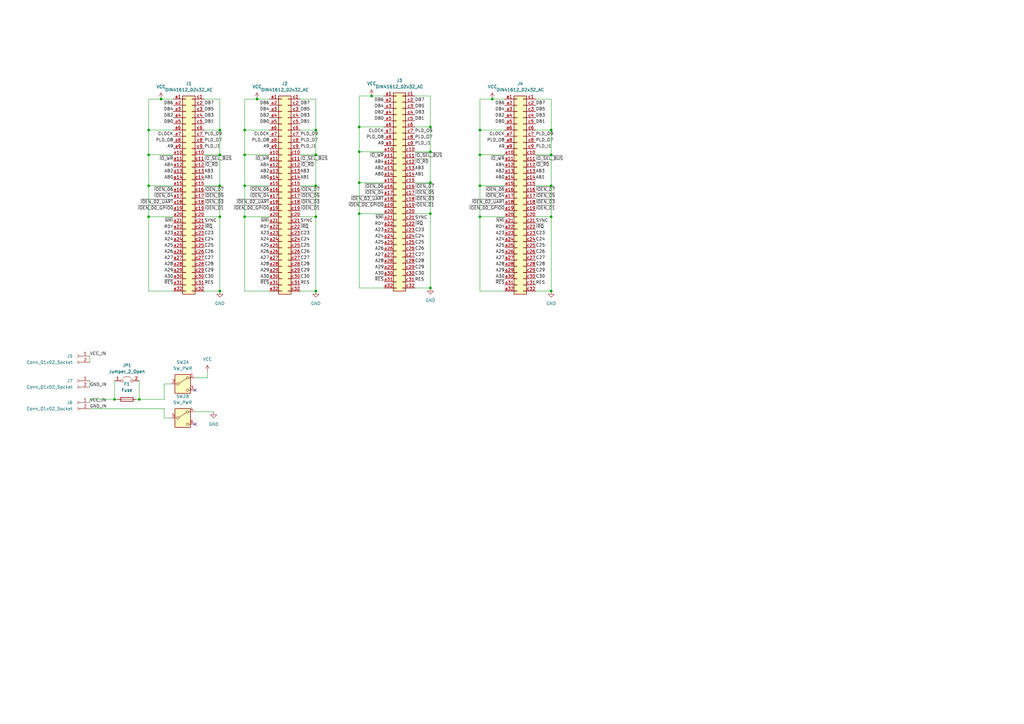
<source format=kicad_sch>
(kicad_sch (version 20250114) (generator "eeschema") (generator_version "9.0")
  (paper "A3")
  (lib_symbols
    (symbol "Connector:Conn_01x02_Socket" (pin_names (offset 1.016) (hide yes))
      (property "Reference" "J" (at 0 2.54 0))
      (property "Value" "Conn_01x02_Socket" (at 0 -5.08 0))
      (symbol "Conn_01x02_Socket_1_1"
        (polyline (pts (xy -1.27 0) (xy -0.508 0)) (stroke (width 0.1524)))
        (polyline (pts (xy -1.27 -2.54) (xy -0.508 -2.54)) (stroke (width 0.1524)))
        (arc (start 0 -0.508) (mid -0.5058 0) (end 0 0.508) (stroke (width 0.1524)))
        (arc (start 0 -3.048) (mid -0.5058 -2.54) (end 0 -2.032) (stroke (width 0.1524)))
        (pin passive line (at -5.08 0 0) (length 3.81) (name "Pin_1") (number "1"))
        (pin passive line (at -5.08 -2.54 0) (length 3.81) (name "Pin_2") (number "2"))
      )
    )
    (symbol "Connector:DIN41612_02x32_AC" (pin_names (offset 1.016) (hide yes))
      (property "Reference" "J" (at 1.27 40.64 0))
      (property "Value" "DIN41612_02x32_AC" (at 1.27 -43.18 0))
      (symbol "DIN41612_02x32_AC_1_1"
        (rectangle (start -1.27 39.37) (end 3.81 -41.91) (stroke (width 0.254)) (fill (type background)))
        (rectangle (start -1.27 38.227) (end 0 37.973) (stroke (width 0.1524)))
        (rectangle (start -1.27 35.687) (end 0 35.433) (stroke (width 0.1524)))
        (rectangle (start -1.27 33.147) (end 0 32.893) (stroke (width 0.1524)))
        (rectangle (start -1.27 30.607) (end 0 30.353) (stroke (width 0.1524)))
        (rectangle (start -1.27 28.067) (end 0 27.813) (stroke (width 0.1524)))
        (rectangle (start -1.27 25.527) (end 0 25.273) (stroke (width 0.1524)))
        (rectangle (start -1.27 22.987) (end 0 22.733) (stroke (width 0.1524)))
        (rectangle (start -1.27 20.447) (end 0 20.193) (stroke (width 0.1524)))
        (rectangle (start -1.27 17.907) (end 0 17.653) (stroke (width 0.1524)))
        (rectangle (start -1.27 15.367) (end 0 15.113) (stroke (width 0.1524)))
        (rectangle (start -1.27 12.827) (end 0 12.573) (stroke (width 0.1524)))
        (rectangle (start -1.27 10.287) (end 0 10.033) (stroke (width 0.1524)))
        (rectangle (start -1.27 7.747) (end 0 7.493) (stroke (width 0.1524)))
        (rectangle (start -1.27 5.207) (end 0 4.953) (stroke (width 0.1524)))
        (rectangle (start -1.27 2.667) (end 0 2.413) (stroke (width 0.1524)))
        (rectangle (start -1.27 0.127) (end 0 -0.127) (stroke (width 0.1524)))
        (rectangle (start -1.27 -2.413) (end 0 -2.667) (stroke (width 0.1524)))
        (rectangle (start -1.27 -4.953) (end 0 -5.207) (stroke (width 0.1524)))
        (rectangle (start -1.27 -7.493) (end 0 -7.747) (stroke (width 0.1524)))
        (rectangle (start -1.27 -10.033) (end 0 -10.287) (stroke (width 0.1524)))
        (rectangle (start -1.27 -12.573) (end 0 -12.827) (stroke (width 0.1524)))
        (rectangle (start -1.27 -15.113) (end 0 -15.367) (stroke (width 0.1524)))
        (rectangle (start -1.27 -17.653) (end 0 -17.907) (stroke (width 0.1524)))
        (rectangle (start -1.27 -20.193) (end 0 -20.447) (stroke (width 0.1524)))
        (rectangle (start -1.27 -22.733) (end 0 -22.987) (stroke (width 0.1524)))
        (rectangle (start -1.27 -25.273) (end 0 -25.527) (stroke (width 0.1524)))
        (rectangle (start -1.27 -27.813) (end 0 -28.067) (stroke (width 0.1524)))
        (rectangle (start -1.27 -30.353) (end 0 -30.607) (stroke (width 0.1524)))
        (rectangle (start -1.27 -32.893) (end 0 -33.147) (stroke (width 0.1524)))
        (rectangle (start -1.27 -35.433) (end 0 -35.687) (stroke (width 0.1524)))
        (rectangle (start -1.27 -37.973) (end 0 -38.227) (stroke (width 0.1524)))
        (rectangle (start -1.27 -40.513) (end 0 -40.767) (stroke (width 0.1524)))
        (rectangle (start 3.81 38.227) (end 2.54 37.973) (stroke (width 0.1524)))
        (rectangle (start 3.81 35.687) (end 2.54 35.433) (stroke (width 0.1524)))
        (rectangle (start 3.81 33.147) (end 2.54 32.893) (stroke (width 0.1524)))
        (rectangle (start 3.81 30.607) (end 2.54 30.353) (stroke (width 0.1524)))
        (rectangle (start 3.81 28.067) (end 2.54 27.813) (stroke (width 0.1524)))
        (rectangle (start 3.81 25.527) (end 2.54 25.273) (stroke (width 0.1524)))
        (rectangle (start 3.81 22.987) (end 2.54 22.733) (stroke (width 0.1524)))
        (rectangle (start 3.81 20.447) (end 2.54 20.193) (stroke (width 0.1524)))
        (rectangle (start 3.81 17.907) (end 2.54 17.653) (stroke (width 0.1524)))
        (rectangle (start 3.81 15.367) (end 2.54 15.113) (stroke (width 0.1524)))
        (rectangle (start 3.81 12.827) (end 2.54 12.573) (stroke (width 0.1524)))
        (rectangle (start 3.81 10.287) (end 2.54 10.033) (stroke (width 0.1524)))
        (rectangle (start 3.81 7.747) (end 2.54 7.493) (stroke (width 0.1524)))
        (rectangle (start 3.81 5.207) (end 2.54 4.953) (stroke (width 0.1524)))
        (rectangle (start 3.81 2.667) (end 2.54 2.413) (stroke (width 0.1524)))
        (rectangle (start 3.81 0.127) (end 2.54 -0.127) (stroke (width 0.1524)))
        (rectangle (start 3.81 -2.413) (end 2.54 -2.667) (stroke (width 0.1524)))
        (rectangle (start 3.81 -4.953) (end 2.54 -5.207) (stroke (width 0.1524)))
        (rectangle (start 3.81 -7.493) (end 2.54 -7.747) (stroke (width 0.1524)))
        (rectangle (start 3.81 -10.033) (end 2.54 -10.287) (stroke (width 0.1524)))
        (rectangle (start 3.81 -12.573) (end 2.54 -12.827) (stroke (width 0.1524)))
        (rectangle (start 3.81 -15.113) (end 2.54 -15.367) (stroke (width 0.1524)))
        (rectangle (start 3.81 -17.653) (end 2.54 -17.907) (stroke (width 0.1524)))
        (rectangle (start 3.81 -20.193) (end 2.54 -20.447) (stroke (width 0.1524)))
        (rectangle (start 3.81 -22.733) (end 2.54 -22.987) (stroke (width 0.1524)))
        (rectangle (start 3.81 -25.273) (end 2.54 -25.527) (stroke (width 0.1524)))
        (rectangle (start 3.81 -27.813) (end 2.54 -28.067) (stroke (width 0.1524)))
        (rectangle (start 3.81 -30.353) (end 2.54 -30.607) (stroke (width 0.1524)))
        (rectangle (start 3.81 -32.893) (end 2.54 -33.147) (stroke (width 0.1524)))
        (rectangle (start 3.81 -35.433) (end 2.54 -35.687) (stroke (width 0.1524)))
        (rectangle (start 3.81 -37.973) (end 2.54 -38.227) (stroke (width 0.1524)))
        (rectangle (start 3.81 -40.513) (end 2.54 -40.767) (stroke (width 0.1524)))
        (pin passive line (at -5.08 38.1 0) (length 3.81) (name "Pin_a1") (number "a1"))
        (pin passive line (at -5.08 35.56 0) (length 3.81) (name "Pin_a2") (number "a2"))
        (pin passive line (at -5.08 33.02 0) (length 3.81) (name "Pin_a3") (number "a3"))
        (pin passive line (at -5.08 30.48 0) (length 3.81) (name "Pin_a4") (number "a4"))
        (pin passive line (at -5.08 27.94 0) (length 3.81) (name "Pin_a5") (number "a5"))
        (pin passive line (at -5.08 25.4 0) (length 3.81) (name "Pin_a6") (number "a6"))
        (pin passive line (at -5.08 22.86 0) (length 3.81) (name "Pin_a7") (number "a7"))
        (pin passive line (at -5.08 20.32 0) (length 3.81) (name "Pin_a8") (number "a8"))
        (pin passive line (at -5.08 17.78 0) (length 3.81) (name "Pin_a9") (number "a9"))
        (pin passive line (at -5.08 15.24 0) (length 3.81) (name "Pin_a10") (number "a10"))
        (pin passive line (at -5.08 12.7 0) (length 3.81) (name "Pin_a11") (number "a11"))
        (pin passive line (at -5.08 10.16 0) (length 3.81) (name "Pin_a12") (number "a12"))
        (pin passive line (at -5.08 7.62 0) (length 3.81) (name "Pin_a13") (number "a13"))
        (pin passive line (at -5.08 5.08 0) (length 3.81) (name "Pin_a14") (number "a14"))
        (pin passive line (at -5.08 2.54 0) (length 3.81) (name "Pin_a15") (number "a15"))
        (pin passive line (at -5.08 0 0) (length 3.81) (name "Pin_a16") (number "a16"))
        (pin passive line (at -5.08 -2.54 0) (length 3.81) (name "Pin_a17") (number "a17"))
        (pin passive line (at -5.08 -5.08 0) (length 3.81) (name "Pin_a18") (number "a18"))
        (pin passive line (at -5.08 -7.62 0) (length 3.81) (name "Pin_a19") (number "a19"))
        (pin passive line (at -5.08 -10.16 0) (length 3.81) (name "Pin_a20") (number "a20"))
        (pin passive line (at -5.08 -12.7 0) (length 3.81) (name "Pin_a21") (number "a21"))
        (pin passive line (at -5.08 -15.24 0) (length 3.81) (name "Pin_a22") (number "a22"))
        (pin passive line (at -5.08 -17.78 0) (length 3.81) (name "Pin_a23") (number "a23"))
        (pin passive line (at -5.08 -20.32 0) (length 3.81) (name "Pin_a24") (number "a24"))
        (pin passive line (at -5.08 -22.86 0) (length 3.81) (name "Pin_a25") (number "a25"))
        (pin passive line (at -5.08 -25.4 0) (length 3.81) (name "Pin_a26") (number "a26"))
        (pin passive line (at -5.08 -27.94 0) (length 3.81) (name "Pin_a27") (number "a27"))
        (pin passive line (at -5.08 -30.48 0) (length 3.81) (name "Pin_a28") (number "a28"))
        (pin passive line (at -5.08 -33.02 0) (length 3.81) (name "Pin_a29") (number "a29"))
        (pin passive line (at -5.08 -35.56 0) (length 3.81) (name "Pin_a30") (number "a30"))
        (pin passive line (at -5.08 -38.1 0) (length 3.81) (name "Pin_a31") (number "a31"))
        (pin passive line (at -5.08 -40.64 0) (length 3.81) (name "Pin_a32") (number "a32"))
        (pin passive line (at 7.62 38.1 180) (length 3.81) (name "Pin_c1") (number "c1"))
        (pin passive line (at 7.62 35.56 180) (length 3.81) (name "Pin_c2") (number "c2"))
        (pin passive line (at 7.62 33.02 180) (length 3.81) (name "Pin_c3") (number "c3"))
        (pin passive line (at 7.62 30.48 180) (length 3.81) (name "Pin_c4") (number "c4"))
        (pin passive line (at 7.62 27.94 180) (length 3.81) (name "Pin_c5") (number "c5"))
        (pin passive line (at 7.62 25.4 180) (length 3.81) (name "Pin_c6") (number "c6"))
        (pin passive line (at 7.62 22.86 180) (length 3.81) (name "Pin_c7") (number "c7"))
        (pin passive line (at 7.62 20.32 180) (length 3.81) (name "Pin_c8") (number "c8"))
        (pin passive line (at 7.62 17.78 180) (length 3.81) (name "Pin_c9") (number "c9"))
        (pin passive line (at 7.62 15.24 180) (length 3.81) (name "Pin_c10") (number "c10"))
        (pin passive line (at 7.62 12.7 180) (length 3.81) (name "Pin_c11") (number "c11"))
        (pin passive line (at 7.62 10.16 180) (length 3.81) (name "Pin_c12") (number "c12"))
        (pin passive line (at 7.62 7.62 180) (length 3.81) (name "Pin_c13") (number "c13"))
        (pin passive line (at 7.62 5.08 180) (length 3.81) (name "Pin_c14") (number "c14"))
        (pin passive line (at 7.62 2.54 180) (length 3.81) (name "Pin_c15") (number "c15"))
        (pin passive line (at 7.62 0 180) (length 3.81) (name "Pin_c16") (number "c16"))
        (pin passive line (at 7.62 -2.54 180) (length 3.81) (name "Pin_c17") (number "c17"))
        (pin passive line (at 7.62 -5.08 180) (length 3.81) (name "Pin_c18") (number "c18"))
        (pin passive line (at 7.62 -7.62 180) (length 3.81) (name "Pin_c19") (number "c19"))
        (pin passive line (at 7.62 -10.16 180) (length 3.81) (name "Pin_c20") (number "c20"))
        (pin passive line (at 7.62 -12.7 180) (length 3.81) (name "Pin_c21") (number "c21"))
        (pin passive line (at 7.62 -15.24 180) (length 3.81) (name "Pin_c22") (number "c22"))
        (pin passive line (at 7.62 -17.78 180) (length 3.81) (name "Pin_c23") (number "c23"))
        (pin passive line (at 7.62 -20.32 180) (length 3.81) (name "Pin_c24") (number "c24"))
        (pin passive line (at 7.62 -22.86 180) (length 3.81) (name "Pin_c25") (number "c25"))
        (pin passive line (at 7.62 -25.4 180) (length 3.81) (name "Pin_c26") (number "c26"))
        (pin passive line (at 7.62 -27.94 180) (length 3.81) (name "Pin_c27") (number "c27"))
        (pin passive line (at 7.62 -30.48 180) (length 3.81) (name "Pin_c28") (number "c28"))
        (pin passive line (at 7.62 -33.02 180) (length 3.81) (name "Pin_c29") (number "c29"))
        (pin passive line (at 7.62 -35.56 180) (length 3.81) (name "Pin_c30") (number "c30"))
        (pin passive line (at 7.62 -38.1 180) (length 3.81) (name "Pin_c31") (number "c31"))
        (pin passive line (at 7.62 -40.64 180) (length 3.81) (name "Pin_c32") (number "c32"))
      )
    )
    (symbol "Device:Fuse" (pin_numbers (hide yes)) (pin_names (offset 0))
      (property "Reference" "F" (at 2.032 0 90))
      (property "Value" "Fuse" (at -1.905 0 90))
      (symbol "Fuse_0_1"
        (rectangle (start -0.762 -2.54) (end 0.762 2.54) (stroke (width 0.254)))
        (polyline (pts (xy 0 2.54) (xy 0 -2.54)))
      )
      (symbol "Fuse_1_1"
        (pin passive line (at 0 3.81 270) (length 1.27) (name "~") (number "1"))
        (pin passive line (at 0 -3.81 90) (length 1.27) (name "~") (number "2"))
      )
    )
    (symbol "Jumper:Jumper_2_Open" (pin_names (offset 0) (hide yes))
      (property "Reference" "JP" (at 0 2.794 0))
      (property "Value" "Jumper_2_Open" (at 0 -2.286 0))
      (symbol "Jumper_2_Open_0_0"
        (circle (center -2.032 0) (radius 0.508))
        (circle (center 2.032 0) (radius 0.508))
      )
      (symbol "Jumper_2_Open_0_1"
        (arc (start -1.524 1.27) (mid 0 1.778) (end 1.524 1.27))
      )
      (symbol "Jumper_2_Open_1_1"
        (pin passive line (at -5.08 0 0) (length 2.54) (name "A") (number "1"))
        (pin passive line (at 5.08 0 180) (length 2.54) (name "B") (number "2"))
      )
    )
    (symbol "Switch:SW_DPDT_x2" (pin_names (offset 0) (hide yes))
      (property "Reference" "SW" (at 0 5.08 0))
      (property "Value" "SW_DPDT_x2" (at 0 -5.08 0))
      (symbol "SW_DPDT_x2_0_0"
        (circle (center -2.032 0) (radius 0.508))
        (circle (center 2.032 -2.54) (radius 0.508))
      )
      (symbol "SW_DPDT_x2_0_1"
        (rectangle (start -3.175 3.81) (end 3.175 -3.81) (stroke (width 0.254)) (fill (type background)))
        (polyline (pts (xy -1.524 0.254) (xy 1.5748 2.286)))
        (circle (center 2.032 2.54) (radius 0.508))
      )
      (symbol "SW_DPDT_x2_1_1"
        (pin passive line (at -5.08 0 0) (length 2.54) (name "B") (number "2"))
        (pin passive line (at 5.08 2.54 180) (length 2.54) (name "A") (number "1"))
        (pin passive line (at 5.08 -2.54 180) (length 2.54) (name "C") (number "3"))
      )
      (symbol "SW_DPDT_x2_2_1"
        (pin passive line (at -5.08 0 0) (length 2.54) (name "B") (number "5"))
        (pin passive line (at 5.08 2.54 180) (length 2.54) (name "A") (number "4"))
        (pin passive line (at 5.08 -2.54 180) (length 2.54) (name "C") (number "6"))
      )
    )
    (symbol "power:GND" (power) (pin_names (offset 0))
      (property "Value" "GND" (at 0 -3.81 0))
      (symbol "GND_0_1"
        (polyline (pts (xy 0 0) (xy 0 -1.27) (xy 1.27 -1.27) (xy 0 -2.54) (xy -1.27 -1.27) (xy 0 -1.27)))
      )
      (symbol "GND_1_1"
        (pin power_in line (at 0 0 270) (length 0) (hide yes) (name "GND") (number "1"))
      )
    )
    (symbol "power:VCC" (power) (pin_names (offset 0))
      (property "Value" "VCC" (at 0 3.81 0))
      (symbol "VCC_0_1"
        (polyline (pts (xy -0.762 1.27) (xy 0 2.54)))
        (polyline (pts (xy 0 2.54) (xy 0.762 1.27)))
        (polyline (pts (xy 0 0) (xy 0 2.54)))
      )
      (symbol "VCC_1_1"
        (pin power_in line (at 0 0 90) (length 0) (hide yes) (name "VCC") (number "1"))
      )
    )
  )
  (junction (at 100.33 76.2))
  (junction (at 196.85 53.34))
  (junction (at 147.32 74.93))
  (junction (at 60.96 88.9))
  (junction (at 201.93 40.64))
  (junction (at 105.41 40.64))
  (junction (at 100.33 63.5))
  (junction (at 90.17 63.5))
  (junction (at 226.06 53.34))
  (junction (at 90.17 88.9))
  (junction (at 226.06 76.2))
  (junction (at 66.04 40.64))
  (junction (at 176.53 87.63))
  (junction (at 147.32 52.07))
  (junction (at 196.85 88.9))
  (junction (at 129.54 76.2))
  (junction (at 129.54 119.38))
  (junction (at 57.15 163.83))
  (junction (at 226.06 119.38))
  (junction (at 100.33 53.34))
  (junction (at 176.53 74.93))
  (junction (at 60.96 63.5))
  (junction (at 90.17 119.38))
  (junction (at 196.85 76.2))
  (junction (at 90.17 53.34))
  (junction (at 176.53 52.07))
  (junction (at 226.06 63.5))
  (junction (at 196.85 63.5))
  (junction (at 60.96 76.2))
  (junction (at 147.32 62.23))
  (junction (at 226.06 88.9))
  (junction (at 176.53 118.11))
  (junction (at 129.54 63.5))
  (junction (at 46.99 163.83))
  (junction (at 176.53 62.23))
  (junction (at 129.54 88.9))
  (junction (at 100.33 88.9))
  (junction (at 152.4 39.37))
  (junction (at 147.32 87.63))
  (junction (at 60.96 53.34))
  (junction (at 90.17 76.2))
  (junction (at 129.54 53.34))
  (no_connect (at 80.01 160.02))
  (no_connect (at 80.01 173.99))
  (wire (pts (xy 123.19 63.5) (xy 129.54 63.5)))
  (wire (pts (xy 196.85 76.2) (xy 207.01 76.2)))
  (wire (pts (xy 226.06 88.9) (xy 226.06 119.38)))
  (wire (pts (xy 66.04 40.64) (xy 71.12 40.64)))
  (wire (pts (xy 219.71 53.34) (xy 226.06 53.34)))
  (wire (pts (xy 196.85 63.5) (xy 207.01 63.5)))
  (wire (pts (xy 170.18 52.07) (xy 176.53 52.07)))
  (wire (pts (xy 176.53 74.93) (xy 176.53 87.63)))
  (wire (pts (xy 219.71 63.5) (xy 226.06 63.5)))
  (wire (pts (xy 147.32 62.23) (xy 147.32 74.93)))
  (wire (pts (xy 176.53 62.23) (xy 176.53 74.93)))
  (wire (pts (xy 100.33 40.64) (xy 105.41 40.64)))
  (wire (pts (xy 36.83 167.64) (xy 67.31 167.64)))
  (wire (pts (xy 100.33 88.9) (xy 110.49 88.9)))
  (wire (pts (xy 60.96 40.64) (xy 60.96 53.34)))
  (wire (pts (xy 196.85 88.9) (xy 207.01 88.9)))
  (wire (pts (xy 48.26 163.83) (xy 46.99 163.83)))
  (wire (pts (xy 226.06 119.38) (xy 219.71 119.38)))
  (wire (pts (xy 46.99 163.83) (xy 36.83 163.83)))
  (wire (pts (xy 60.96 53.34) (xy 60.96 63.5)))
  (wire (pts (xy 100.33 76.2) (xy 110.49 76.2)))
  (wire (pts (xy 123.19 40.64) (xy 129.54 40.64)))
  (wire (pts (xy 196.85 63.5) (xy 196.85 76.2)))
  (wire (pts (xy 123.19 76.2) (xy 129.54 76.2)))
  (wire (pts (xy 100.33 88.9) (xy 100.33 119.38)))
  (wire (pts (xy 170.18 39.37) (xy 176.53 39.37)))
  (wire (pts (xy 219.71 40.64) (xy 226.06 40.64)))
  (wire (pts (xy 90.17 119.38) (xy 83.82 119.38)))
  (wire (pts (xy 36.83 146.05) (xy 36.83 148.59)))
  (wire (pts (xy 60.96 40.64) (xy 66.04 40.64)))
  (wire (pts (xy 46.99 156.21) (xy 46.99 163.83)))
  (wire (pts (xy 129.54 53.34) (xy 129.54 63.5)))
  (wire (pts (xy 170.18 62.23) (xy 176.53 62.23)))
  (wire (pts (xy 67.31 157.48) (xy 69.85 157.48)))
  (wire (pts (xy 176.53 39.37) (xy 176.53 52.07)))
  (wire (pts (xy 147.32 52.07) (xy 147.32 62.23)))
  (wire (pts (xy 71.12 119.38) (xy 60.96 119.38)))
  (wire (pts (xy 176.53 118.11) (xy 170.18 118.11)))
  (wire (pts (xy 176.53 87.63) (xy 176.53 118.11)))
  (wire (pts (xy 196.85 40.64) (xy 196.85 53.34)))
  (wire (pts (xy 83.82 88.9) (xy 90.17 88.9)))
  (wire (pts (xy 123.19 53.34) (xy 129.54 53.34)))
  (wire (pts (xy 196.85 88.9) (xy 196.85 119.38)))
  (wire (pts (xy 60.96 76.2) (xy 71.12 76.2)))
  (wire (pts (xy 147.32 52.07) (xy 157.48 52.07)))
  (wire (pts (xy 226.06 76.2) (xy 226.06 88.9)))
  (wire (pts (xy 57.15 163.83) (xy 67.31 163.83)))
  (wire (pts (xy 196.85 40.64) (xy 201.93 40.64)))
  (wire (pts (xy 100.33 53.34) (xy 110.49 53.34)))
  (wire (pts (xy 129.54 40.64) (xy 129.54 53.34)))
  (wire (pts (xy 157.48 118.11) (xy 147.32 118.11)))
  (wire (pts (xy 67.31 167.64) (xy 67.31 171.45)))
  (wire (pts (xy 100.33 53.34) (xy 100.33 63.5)))
  (wire (pts (xy 55.88 163.83) (xy 57.15 163.83)))
  (wire (pts (xy 129.54 63.5) (xy 129.54 76.2)))
  (wire (pts (xy 67.31 163.83) (xy 67.31 157.48)))
  (wire (pts (xy 67.31 171.45) (xy 69.85 171.45)))
  (wire (pts (xy 170.18 74.93) (xy 176.53 74.93)))
  (wire (pts (xy 147.32 74.93) (xy 147.32 87.63)))
  (wire (pts (xy 147.32 74.93) (xy 157.48 74.93)))
  (wire (pts (xy 226.06 63.5) (xy 226.06 76.2)))
  (wire (pts (xy 129.54 76.2) (xy 129.54 88.9)))
  (wire (pts (xy 105.41 40.64) (xy 110.49 40.64)))
  (wire (pts (xy 147.32 62.23) (xy 157.48 62.23)))
  (wire (pts (xy 60.96 88.9) (xy 71.12 88.9)))
  (wire (pts (xy 60.96 63.5) (xy 71.12 63.5)))
  (wire (pts (xy 147.32 87.63) (xy 157.48 87.63)))
  (wire (pts (xy 129.54 88.9) (xy 129.54 119.38)))
  (wire (pts (xy 60.96 88.9) (xy 60.96 119.38)))
  (wire (pts (xy 36.83 163.83) (xy 36.83 165.1)))
  (wire (pts (xy 60.96 76.2) (xy 60.96 88.9)))
  (wire (pts (xy 219.71 76.2) (xy 226.06 76.2)))
  (wire (pts (xy 100.33 63.5) (xy 100.33 76.2)))
  (wire (pts (xy 176.53 52.07) (xy 176.53 62.23)))
  (wire (pts (xy 100.33 63.5) (xy 110.49 63.5)))
  (wire (pts (xy 60.96 63.5) (xy 60.96 76.2)))
  (wire (pts (xy 36.83 156.21) (xy 36.83 158.75)))
  (wire (pts (xy 170.18 87.63) (xy 176.53 87.63)))
  (wire (pts (xy 152.4 39.37) (xy 157.48 39.37)))
  (wire (pts (xy 80.01 168.91) (xy 87.63 168.91)))
  (wire (pts (xy 90.17 63.5) (xy 90.17 76.2)))
  (wire (pts (xy 147.32 87.63) (xy 147.32 118.11)))
  (wire (pts (xy 196.85 53.34) (xy 196.85 63.5)))
  (wire (pts (xy 226.06 40.64) (xy 226.06 53.34)))
  (wire (pts (xy 83.82 63.5) (xy 90.17 63.5)))
  (wire (pts (xy 83.82 53.34) (xy 90.17 53.34)))
  (wire (pts (xy 90.17 76.2) (xy 90.17 88.9)))
  (wire (pts (xy 83.82 40.64) (xy 90.17 40.64)))
  (wire (pts (xy 196.85 76.2) (xy 196.85 88.9)))
  (wire (pts (xy 100.33 76.2) (xy 100.33 88.9)))
  (wire (pts (xy 123.19 88.9) (xy 129.54 88.9)))
  (wire (pts (xy 85.09 154.94) (xy 80.01 154.94)))
  (wire (pts (xy 90.17 88.9) (xy 90.17 119.38)))
  (wire (pts (xy 90.17 40.64) (xy 90.17 53.34)))
  (wire (pts (xy 219.71 88.9) (xy 226.06 88.9)))
  (wire (pts (xy 147.32 39.37) (xy 147.32 52.07)))
  (wire (pts (xy 110.49 119.38) (xy 100.33 119.38)))
  (wire (pts (xy 83.82 76.2) (xy 90.17 76.2)))
  (wire (pts (xy 100.33 40.64) (xy 100.33 53.34)))
  (wire (pts (xy 129.54 119.38) (xy 123.19 119.38)))
  (wire (pts (xy 60.96 53.34) (xy 71.12 53.34)))
  (wire (pts (xy 207.01 119.38) (xy 196.85 119.38)))
  (wire (pts (xy 147.32 39.37) (xy 152.4 39.37)))
  (wire (pts (xy 201.93 40.64) (xy 207.01 40.64)))
  (wire (pts (xy 226.06 53.34) (xy 226.06 63.5)))
  (wire (pts (xy 85.09 154.94) (xy 85.09 152.4)))
  (wire (pts (xy 57.15 156.21) (xy 57.15 163.83)))
  (wire (pts (xy 196.85 53.34) (xy 207.01 53.34)))
  (wire (pts (xy 90.17 53.34) (xy 90.17 63.5)))
  (label "C24" (at 123.19 99.06 0))
  (label "~{IOEN_05}" (at 83.82 81.28 0))
  (label "RDY" (at 157.48 92.71 180))
  (label "RES" (at 170.18 115.57 0))
  (label "A27" (at 71.12 106.68 180))
  (label "AB0" (at 71.12 73.66 180))
  (label "DB0" (at 110.49 50.8 180))
  (label "C29" (at 123.19 111.76 0))
  (label "C26" (at 170.18 102.87 0))
  (label "C26" (at 123.19 104.14 0))
  (label "PLD_O8" (at 207.01 58.42 180))
  (label "C23" (at 170.18 95.25 0))
  (label "PLD_O9" (at 123.19 55.88 0))
  (label "~{IO_WR}" (at 157.48 64.77 180))
  (label "A25" (at 157.48 100.33 180))
  (label "C30" (at 170.18 113.03 0))
  (label "~{IOEN_07}" (at 170.18 77.47 0))
  (label "C27" (at 170.18 105.41 0))
  (label "~{IO_SEL_BUS}" (at 123.19 66.04 0))
  (label "AB0" (at 110.49 73.66 180))
  (label "A27" (at 207.01 106.68 180))
  (label "~{NMI}" (at 110.49 91.44 180))
  (label "A24" (at 71.12 99.06 180))
  (label "~{IOEN_00_GPIO0}" (at 110.49 86.36 180))
  (label "C26" (at 83.82 104.14 0))
  (label "~{IOEN_05}" (at 170.18 80.01 0))
  (label "A26" (at 157.48 102.87 180))
  (label "C23" (at 83.82 96.52 0))
  (label "A27" (at 157.48 105.41 180))
  (label "VCC_IN" (at 36.83 165.1 0))
  (label "C28" (at 170.18 107.95 0))
  (label "PLD_O7" (at 219.71 58.42 0))
  (label "DB4" (at 110.49 45.72 180))
  (label "C23" (at 123.19 96.52 0))
  (label "AB2" (at 157.48 69.85 180))
  (label "~{NMI}" (at 207.01 91.44 180))
  (label "CLOCK" (at 207.01 55.88 180))
  (label "C27" (at 123.19 106.68 0))
  (label "~{IOEN_04}" (at 71.12 81.28 180))
  (label "~{IOEN_04}" (at 157.48 80.01 180))
  (label "PLD_O8" (at 110.49 58.42 180))
  (label "A23" (at 207.01 96.52 180))
  (label "AB3" (at 123.19 71.12 0))
  (label "DB2" (at 157.48 46.99 180))
  (label "A9" (at 71.12 60.96 180))
  (label "~{IRQ}" (at 123.19 93.98 0))
  (label "~{IOEN_03}" (at 170.18 82.55 0))
  (label "PLD_I1" (at 219.71 60.96 0))
  (label "AB3" (at 219.71 71.12 0))
  (label "~{IOEN_02_UART}" (at 110.49 83.82 180))
  (label "CLOCK" (at 157.48 54.61 180))
  (label "C28" (at 123.19 109.22 0))
  (label "~{IO_RD}" (at 123.19 68.58 0))
  (label "A28" (at 157.48 107.95 180))
  (label "GND_IN" (at 36.83 158.75 0))
  (label "~{IO_WR}" (at 110.49 66.04 180))
  (label "DB6" (at 157.48 41.91 180))
  (label "~{IOEN_02_UART}" (at 207.01 83.82 180))
  (label "A28" (at 207.01 109.22 180))
  (label "~{IOEN_04}" (at 110.49 81.28 180))
  (label "SYNC" (at 219.71 91.44 0))
  (label "PLD_O7" (at 83.82 58.42 0))
  (label "C23" (at 219.71 96.52 0))
  (label "C25" (at 123.19 101.6 0))
  (label "SYNC" (at 123.19 91.44 0))
  (label "~{IO_RD}" (at 219.71 68.58 0))
  (label "A29" (at 207.01 111.76 180))
  (label "C27" (at 219.71 106.68 0))
  (label "DB4" (at 207.01 45.72 180))
  (label "~{IOEN_00_GPIO0}" (at 157.48 85.09 180))
  (label "~{RES}" (at 110.49 116.84 180))
  (label "DB5" (at 123.19 45.72 0))
  (label "DB3" (at 170.18 46.99 0))
  (label "A23" (at 110.49 96.52 180))
  (label "PLD_I1" (at 170.18 59.69 0))
  (label "A9" (at 110.49 60.96 180))
  (label "DB5" (at 170.18 44.45 0))
  (label "~{RES}" (at 157.48 115.57 180))
  (label "A26" (at 110.49 104.14 180))
  (label "~{IOEN_02_UART}" (at 157.48 82.55 180))
  (label "DB2" (at 110.49 48.26 180))
  (label "DB5" (at 83.82 45.72 0))
  (label "~{IO_SEL_BUS}" (at 83.82 66.04 0))
  (label "A30" (at 71.12 114.3 180))
  (label "DB4" (at 71.12 45.72 180))
  (label "A29" (at 71.12 111.76 180))
  (label "DB0" (at 71.12 50.8 180))
  (label "DB6" (at 110.49 43.18 180))
  (label "~{IOEN_05}" (at 219.71 81.28 0))
  (label "C25" (at 219.71 101.6 0))
  (label "PLD_O9" (at 219.71 55.88 0))
  (label "DB0" (at 157.48 49.53 180))
  (label "PLD_I1" (at 123.19 60.96 0))
  (label "~{IOEN_04}" (at 207.01 81.28 180))
  (label "RDY" (at 110.49 93.98 180))
  (label "~{IOEN_07}" (at 219.71 78.74 0))
  (label "AB3" (at 170.18 69.85 0))
  (label "PLD_O7" (at 170.18 57.15 0))
  (label "C26" (at 219.71 104.14 0))
  (label "SYNC" (at 170.18 90.17 0))
  (label "A30" (at 207.01 114.3 180))
  (label "C28" (at 219.71 109.22 0))
  (label "AB2" (at 110.49 71.12 180))
  (label "CLOCK" (at 71.12 55.88 180))
  (label "A26" (at 207.01 104.14 180))
  (label "~{IO_SEL_BUS}" (at 219.71 66.04 0))
  (label "A23" (at 157.48 95.25 180))
  (label "~{IRQ}" (at 83.82 93.98 0))
  (label "DB2" (at 71.12 48.26 180))
  (label "AB0" (at 157.48 72.39 180))
  (label "AB1" (at 83.82 73.66 0))
  (label "C30" (at 219.71 114.3 0))
  (label "VCC_IN" (at 36.83 146.05 0))
  (label "PLD_O7" (at 123.19 58.42 0))
  (label "DB3" (at 83.82 48.26 0))
  (label "AB0" (at 207.01 73.66 180))
  (label "A30" (at 157.48 113.03 180))
  (label "~{IOEN_06}" (at 110.49 78.74 180))
  (label "~{IOEN_03}" (at 219.71 83.82 0))
  (label "C24" (at 170.18 97.79 0))
  (label "A9" (at 157.48 59.69 180))
  (label "DB6" (at 207.01 43.18 180))
  (label "DB3" (at 123.19 48.26 0))
  (label "C29" (at 170.18 110.49 0))
  (label "~{IO_RD}" (at 83.82 68.58 0))
  (label "A9" (at 207.01 60.96 180))
  (label "~{IOEN_01}" (at 123.19 86.36 0))
  (label "~{IOEN_00_GPIO0}" (at 71.12 86.36 180))
  (label "A29" (at 110.49 111.76 180))
  (label "~{IOEN_01}" (at 170.18 85.09 0))
  (label "DB1" (at 123.19 50.8 0))
  (label "A24" (at 207.01 99.06 180))
  (label "C25" (at 170.18 100.33 0))
  (label "~{IRQ}" (at 170.18 92.71 0))
  (label "~{IOEN_06}" (at 207.01 78.74 180))
  (label "AB1" (at 170.18 72.39 0))
  (label "~{IO_WR}" (at 71.12 66.04 180))
  (label "~{IO_SEL_BUS}" (at 170.18 64.77 0))
  (label "PLD_O9" (at 83.82 55.88 0))
  (label "A24" (at 110.49 99.06 180))
  (label "~{IO_RD}" (at 170.18 67.31 0))
  (label "GND_IN" (at 36.83 167.64 0))
  (label "DB5" (at 219.71 45.72 0))
  (label "~{IOEN_02_UART}" (at 71.12 83.82 180))
  (label "AB4" (at 157.48 67.31 180))
  (label "~{IOEN_07}" (at 83.82 78.74 0))
  (label "RDY" (at 207.01 93.98 180))
  (label "A24" (at 157.48 97.79 180))
  (label "C30" (at 83.82 114.3 0))
  (label "A26" (at 71.12 104.14 180))
  (label "AB3" (at 83.82 71.12 0))
  (label "AB2" (at 71.12 71.12 180))
  (label "~{IOEN_07}" (at 123.19 78.74 0))
  (label "AB4" (at 110.49 68.58 180))
  (label "DB7" (at 170.18 41.91 0))
  (label "AB1" (at 219.71 73.66 0))
  (label "C28" (at 83.82 109.22 0))
  (label "SYNC" (at 83.82 91.44 0))
  (label "A29" (at 157.48 110.49 180))
  (label "A28" (at 110.49 109.22 180))
  (label "A25" (at 71.12 101.6 180))
  (label "A30" (at 110.49 114.3 180))
  (label "DB7" (at 123.19 43.18 0))
  (label "A25" (at 110.49 101.6 180))
  (label "~{IOEN_03}" (at 83.82 83.82 0))
  (label "C27" (at 83.82 106.68 0))
  (label "~{IOEN_05}" (at 123.19 81.28 0))
  (label "PLD_I1" (at 83.82 60.96 0))
  (label "~{IOEN_01}" (at 83.82 86.36 0))
  (label "DB7" (at 219.71 43.18 0))
  (label "C29" (at 219.71 111.76 0))
  (label "AB4" (at 71.12 68.58 180))
  (label "~{IOEN_06}" (at 157.48 77.47 180))
  (label "~{IO_WR}" (at 207.01 66.04 180))
  (label "~{RES}" (at 71.12 116.84 180))
  (label "DB2" (at 207.01 48.26 180))
  (label "C24" (at 219.71 99.06 0))
  (label "DB1" (at 170.18 49.53 0))
  (label "DB1" (at 83.82 50.8 0))
  (label "~{NMI}" (at 71.12 91.44 180))
  (label "C29" (at 83.82 111.76 0))
  (label "~{IOEN_00_GPIO0}" (at 207.01 86.36 180))
  (label "DB1" (at 219.71 50.8 0))
  (label "A23" (at 71.12 96.52 180))
  (label "DB3" (at 219.71 48.26 0))
  (label "C30" (at 123.19 114.3 0))
  (label "A28" (at 71.12 109.22 180))
  (label "RDY" (at 71.12 93.98 180))
  (label "DB7" (at 83.82 43.18 0))
  (label "A27" (at 110.49 106.68 180))
  (label "RES" (at 123.19 116.84 0))
  (label "RES" (at 83.82 116.84 0))
  (label "DB0" (at 207.01 50.8 180))
  (label "AB2" (at 207.01 71.12 180))
  (label "PLD_O8" (at 71.12 58.42 180))
  (label "C25" (at 83.82 101.6 0))
  (label "AB1" (at 123.19 73.66 0))
  (label "A25" (at 207.01 101.6 180))
  (label "PLD_O8" (at 157.48 57.15 180))
  (label "RES" (at 219.71 116.84 0))
  (label "PLD_O9" (at 170.18 54.61 0))
  (label "~{IOEN_06}" (at 71.12 78.74 180))
  (label "DB6" (at 71.12 43.18 180))
  (label "~{RES}" (at 207.01 116.84 180))
  (label "AB4" (at 207.01 68.58 180))
  (label "~{IOEN_03}" (at 123.19 83.82 0))
  (label "C24" (at 83.82 99.06 0))
  (label "CLOCK" (at 110.49 55.88 180))
  (label "~{NMI}" (at 157.48 90.17 180))
  (label "~{IRQ}" (at 219.71 93.98 0))
  (label "DB4" (at 157.48 44.45 180))
  (label "~{IOEN_01}" (at 219.71 86.36 0))
  (symbol (lib_id "power:GND") (at 87.63 168.91 0) (unit 1)
    (property "Reference" "#PWR031" (effects (hide yes)))
    (property "Value" "GND" (at 87.63 173.99 0))
  )
  (symbol (lib_id "Connector:DIN41612_02x32_AC") (at 115.57 78.74 0) (unit 1)
    (property "Reference" "J2" (at 116.84 34.29 0))
    (property "Value" "DIN41612_02x32_AC" (at 116.84 36.83 0))
    (property "Footprint" "Connector_DIN:DIN41612_C_2x32_Female_Vertical_THT" (effects (hide yes)))
  )
  (symbol (lib_id "power:VCC") (at 201.93 40.64 0) (unit 1)
    (property "Reference" "#PWR05" (effects (hide yes)))
    (property "Value" "VCC" (at 201.93 35.56 0))
  )
  (symbol (lib_id "power:VCC") (at 105.41 40.64 0) (unit 1)
    (property "Reference" "#PWR01" (effects (hide yes)))
    (property "Value" "VCC" (at 105.41 35.56 0))
  )
  (symbol (lib_id "power:VCC") (at 85.09 152.4 0) (unit 1)
    (property "Reference" "#PWR032" (effects (hide yes)))
    (property "Value" "VCC" (at 85.09 147.32 0))
  )
  (symbol (lib_id "power:GND") (at 129.54 119.38 0) (unit 1)
    (property "Reference" "#PWR02" (effects (hide yes)))
    (property "Value" "GND" (at 129.54 124.46 0))
  )
  (symbol (lib_id "power:VCC") (at 152.4 39.37 0) (unit 1)
    (property "Reference" "#PWR03" (effects (hide yes)))
    (property "Value" "VCC" (at 152.4 34.29 0))
  )
  (symbol (lib_id "power:GND") (at 176.53 118.11 0) (unit 1)
    (property "Reference" "#PWR04" (effects (hide yes)))
    (property "Value" "GND" (at 176.53 123.19 0))
  )
  (symbol (lib_id "power:GND") (at 226.06 119.38 0) (unit 1)
    (property "Reference" "#PWR06" (effects (hide yes)))
    (property "Value" "GND" (at 226.06 124.46 0))
  )
  (symbol (lib_id "Device:Fuse") (at 52.07 163.83 90) (unit 1)
    (property "Reference" "F1" (at 52.07 157.48 90))
    (property "Value" "Fuse" (at 52.07 160.02 90))
    (property "Footprint" "Fuse:Fuseholder_Cylinder-5x20mm_Stelvio-Kontek_PTF78_Horizontal_Open" (effects (hide yes)))
    (property "Description" "Fuse" (effects (hide yes)))
  )
  (symbol (lib_id "Connector:DIN41612_02x32_AC") (at 212.09 78.74 0) (unit 1)
    (property "Reference" "J4" (at 213.36 34.29 0))
    (property "Value" "DIN41612_02x32_AC" (at 213.36 36.83 0))
    (property "Footprint" "Connector_DIN:DIN41612_C_2x32_Female_Vertical_THT" (effects (hide yes)))
  )
  (symbol (lib_id "power:VCC") (at 66.04 40.64 0) (unit 1)
    (property "Reference" "#PWR026" (effects (hide yes)))
    (property "Value" "VCC" (at 66.04 35.56 0))
  )
  (symbol (lib_id "Connector:Conn_01x02_Socket") (at 31.75 146.05 0) (mirror y) (unit 1)
    (property "Reference" "J5" (at 29.845 146.05 0) (effects (justify left)))
    (property "Value" "Conn_01x02_Socket" (at 29.845 148.59 0) (effects (justify left)))
    (property "Footprint" "Connector_PinSocket_2.54mm:PinSocket_1x02_P2.54mm_Vertical" (effects (hide yes)))
  )
  (symbol (lib_id "Connector:Conn_01x02_Socket") (at 31.75 165.1 0) (mirror y) (unit 1)
    (property "Reference" "J6" (at 29.845 165.1 0) (effects (justify left)))
    (property "Value" "Conn_01x02_Socket" (at 29.845 167.64 0) (effects (justify left)))
    (property "Footprint" "Connector_PinSocket_2.54mm:PinSocket_1x02_P2.54mm_Vertical" (effects (hide yes)))
  )
  (symbol (lib_id "Connector:DIN41612_02x32_AC") (at 162.56 77.47 0) (unit 1)
    (property "Reference" "J3" (at 163.83 33.02 0))
    (property "Value" "DIN41612_02x32_AC" (at 163.83 35.56 0))
    (property "Footprint" "Connector_DIN:DIN41612_C_2x32_Female_Vertical_THT" (effects (hide yes)))
  )
  (symbol (lib_id "Connector:Conn_01x02_Socket") (at 31.75 156.21 0) (mirror y) (unit 1)
    (property "Reference" "J7" (at 29.845 156.21 0) (effects (justify left)))
    (property "Value" "Conn_01x02_Socket" (at 29.845 158.75 0) (effects (justify left)))
    (property "Footprint" "Connector_PinSocket_2.54mm:PinSocket_1x02_P2.54mm_Vertical" (effects (hide yes)))
  )
  (symbol (lib_id "Switch:SW_DPDT_x2") (at 74.93 171.45 0) (unit 2)
    (property "Reference" "SW2" (at 74.93 162.56 0))
    (property "Value" "SW_PWR" (at 74.93 165.1 0))
    (property "Footprint" "sim82:7x7DPDT" (effects (hide yes)))
  )
  (symbol (lib_id "Jumper:Jumper_2_Open") (at 52.07 156.21 0) (unit 1)
    (property "Reference" "JP1" (at 52.07 149.86 0))
    (property "Value" "Jumper_2_Open" (at 52.07 152.4 0))
    (property "Footprint" "TestPoint:TestPoint_2Pads_Pitch2.54mm_Drill0.8mm" (effects (hide yes)))
    (property "Description" "Jumper, 2-pole, open" (effects (hide yes)))
  )
  (symbol (lib_id "Connector:DIN41612_02x32_AC") (at 76.2 78.74 0) (unit 1)
    (property "Reference" "J1" (at 77.47 34.29 0))
    (property "Value" "DIN41612_02x32_AC" (at 77.47 36.83 0))
    (property "Footprint" "Connector_DIN:DIN41612_C_2x32_Female_Vertical_THT" (effects (hide yes)))
  )
  (symbol (lib_id "Switch:SW_DPDT_x2") (at 74.93 157.48 0) (unit 1)
    (property "Reference" "SW2" (at 74.93 148.59 0))
    (property "Value" "SW_PWR" (at 74.93 151.13 0))
    (property "Footprint" "sim82:7x7DPDT" (effects (hide yes)))
  )
  (symbol (lib_id "power:GND") (at 90.17 119.38 0) (unit 1)
    (property "Reference" "#PWR025" (effects (hide yes)))
    (property "Value" "GND" (at 90.17 124.46 0))
  )
)
</source>
